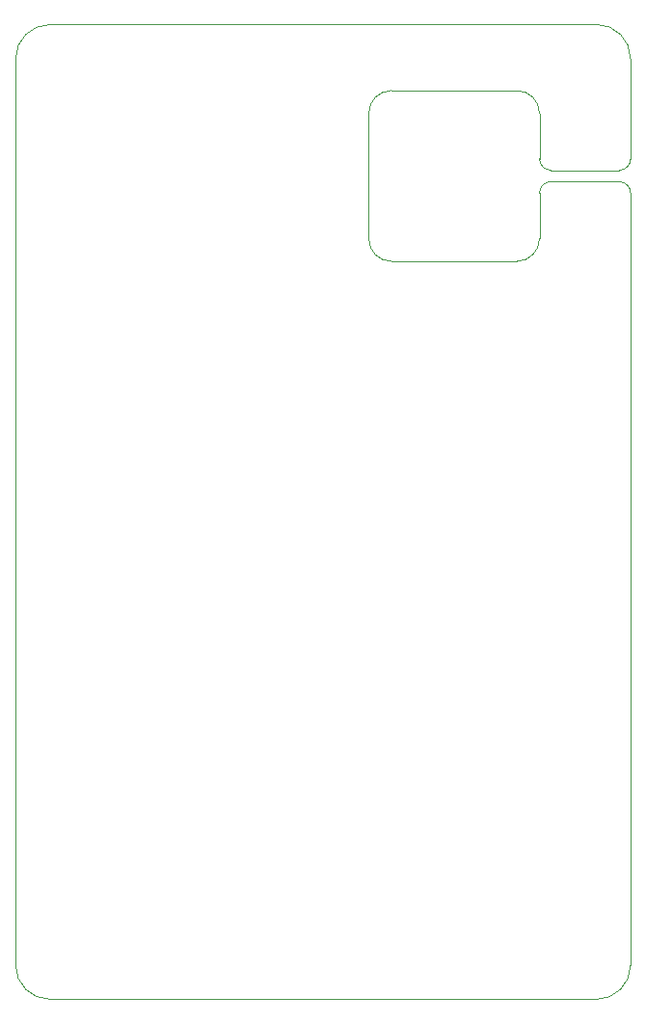
<source format=gbr>
%TF.GenerationSoftware,KiCad,Pcbnew,(5.1.9)-1*%
%TF.CreationDate,2021-08-08T09:56:34+02:00*%
%TF.ProjectId,PCB_Color_Palette,5043425f-436f-46c6-9f72-5f50616c6574,rev?*%
%TF.SameCoordinates,Original*%
%TF.FileFunction,Profile,NP*%
%FSLAX46Y46*%
G04 Gerber Fmt 4.6, Leading zero omitted, Abs format (unit mm)*
G04 Created by KiCad (PCBNEW (5.1.9)-1) date 2021-08-08 09:56:34*
%MOMM*%
%LPD*%
G01*
G04 APERTURE LIST*
%TA.AperFunction,Profile*%
%ADD10C,0.050000*%
%TD*%
G04 APERTURE END LIST*
D10*
X100000000Y-59200000D02*
X100000000Y-138800000D01*
X154000000Y-71000000D02*
X154000000Y-138800000D01*
X154000000Y-68000000D02*
X154000000Y-59200000D01*
X154000000Y-68000000D02*
G75*
G02*
X153000000Y-69000000I-1000000J0D01*
G01*
X147000000Y-69000000D02*
X153000000Y-69000000D01*
X147000000Y-70000000D02*
X153000000Y-70000000D01*
X146000000Y-71000000D02*
X146000000Y-75000000D01*
X146000000Y-64000000D02*
X146000000Y-68000000D01*
X146000000Y-71000000D02*
G75*
G02*
X147000000Y-70000000I1000000J0D01*
G01*
X147000000Y-69000000D02*
G75*
G02*
X146000000Y-68000000I0J1000000D01*
G01*
X153000000Y-70000000D02*
G75*
G02*
X154000000Y-71000000I0J-1000000D01*
G01*
X131000000Y-64000000D02*
X131000000Y-75000000D01*
X103000000Y-141800000D02*
G75*
G02*
X100000000Y-138800000I0J3000000D01*
G01*
X100000000Y-59200000D02*
G75*
G02*
X103000000Y-56200000I3000000J0D01*
G01*
X154000000Y-138800000D02*
G75*
G02*
X151000000Y-141800000I-3000000J0D01*
G01*
X151000000Y-56200000D02*
G75*
G02*
X154000000Y-59200000I0J-3000000D01*
G01*
X133000000Y-77000000D02*
G75*
G02*
X131000000Y-75000000I0J2000000D01*
G01*
X146000000Y-75000000D02*
G75*
G02*
X144000000Y-77000000I-2000000J0D01*
G01*
X144000000Y-62000000D02*
G75*
G02*
X146000000Y-64000000I0J-2000000D01*
G01*
X144000000Y-62000000D02*
X133000000Y-62000000D01*
X131000000Y-64000000D02*
G75*
G02*
X133000000Y-62000000I2000000J0D01*
G01*
X144000000Y-77000000D02*
X133000000Y-77000000D01*
X151000000Y-56200000D02*
X103000000Y-56200000D01*
X103000000Y-141800000D02*
X151000000Y-141800000D01*
M02*

</source>
